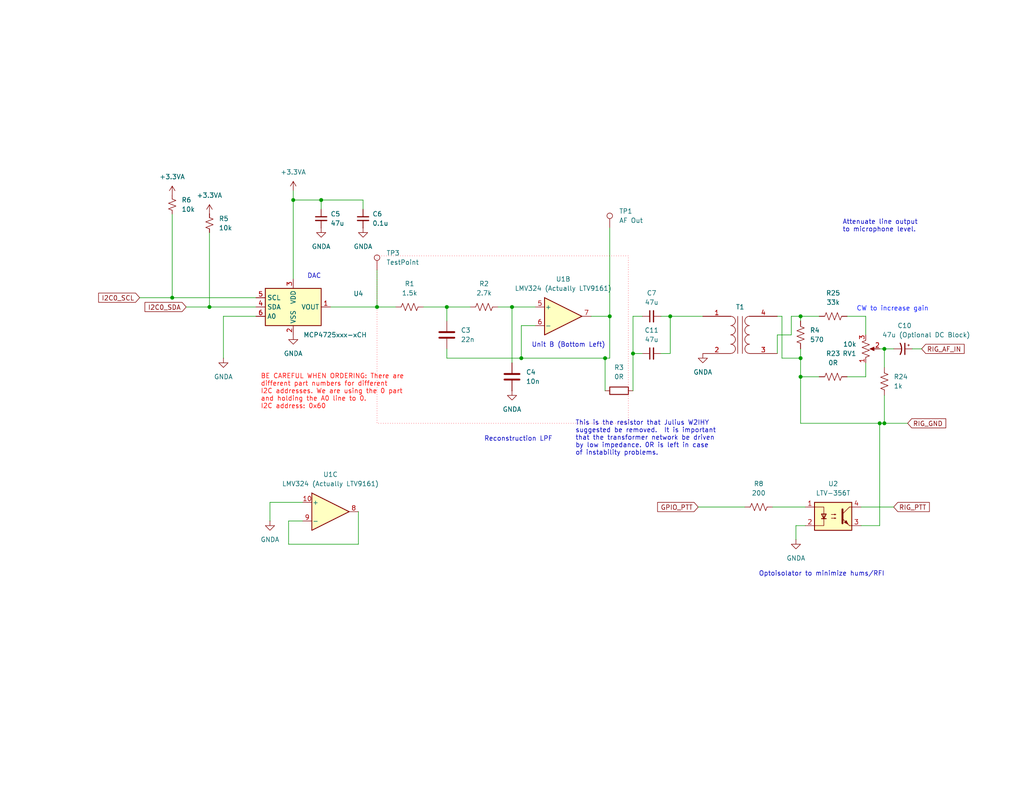
<source format=kicad_sch>
(kicad_sch (version 20231120) (generator "eeschema") (generator_version "8.0")
  (paper "USLetter")
  (title_block (title "MicroLink - Audio Output") (date "2024-02-17") (rev "0") (company "Bruce MacKinnon KC1FSZ") (comment 1 "Copyright (C) 2024 - Not For Commercial Use"))
  (lib_symbols
    (symbol "Amplifier_Operational:LMV324" (pin_names (offset 0.127))
      (property "Reference" "U" (at 0 5.08 0))
      (property "Value" "LMV324" (at 0 -5.08 0))
      (symbol "LMV324_1_1"
        (polyline (pts (xy -5.08 5.08) (xy 5.08 0) (xy -5.08 -5.08) (xy -5.08 5.08)) (stroke (width 0.254)) (fill (type background)))
        (pin output line (at 7.62 0 180) (length 2.54) (name "~") (number "1"))
        (pin input line (at -7.62 -2.54 0) (length 2.54) (name "-") (number "2"))
        (pin input line (at -7.62 2.54 0) (length 2.54) (name "+") (number "3"))
      )
      (symbol "LMV324_2_1"
        (polyline (pts (xy -5.08 5.08) (xy 5.08 0) (xy -5.08 -5.08) (xy -5.08 5.08)) (stroke (width 0.254)) (fill (type background)))
        (pin input line (at -7.62 2.54 0) (length 2.54) (name "+") (number "5"))
        (pin input line (at -7.62 -2.54 0) (length 2.54) (name "-") (number "6"))
        (pin output line (at 7.62 0 180) (length 2.54) (name "~") (number "7"))
      )
      (symbol "LMV324_3_1"
        (polyline (pts (xy -5.08 5.08) (xy 5.08 0) (xy -5.08 -5.08) (xy -5.08 5.08)) (stroke (width 0.254)) (fill (type background)))
        (pin input line (at -7.62 2.54 0) (length 2.54) (name "+") (number "10"))
        (pin output line (at 7.62 0 180) (length 2.54) (name "~") (number "8"))
        (pin input line (at -7.62 -2.54 0) (length 2.54) (name "-") (number "9"))
      )
      (symbol "LMV324_4_1"
        (polyline (pts (xy -5.08 5.08) (xy 5.08 0) (xy -5.08 -5.08) (xy -5.08 5.08)) (stroke (width 0.254)) (fill (type background)))
        (pin input line (at -7.62 2.54 0) (length 2.54) (name "+") (number "12"))
        (pin input line (at -7.62 -2.54 0) (length 2.54) (name "-") (number "13"))
        (pin output line (at 7.62 0 180) (length 2.54) (name "~") (number "14"))
      )
      (symbol "LMV324_5_1"
        (pin power_in line (at -2.54 -7.62 90) (length 3.81) (name "V-") (number "11"))
        (pin power_in line (at -2.54 7.62 270) (length 3.81) (name "V+") (number "4"))
      )
    )
    (symbol "Analog_DAC:MCP4725xxx-xCH"
      (property "Reference" "U" (at -6.35 6.35 0))
      (property "Value" "MCP4725xxx-xCH" (at 8.89 6.35 0))
      (symbol "MCP4725xxx-xCH_0_1"
        (rectangle (start -7.62 5.08) (end 7.62 -5.08) (stroke (width 0.254)) (fill (type background)))
      )
      (symbol "MCP4725xxx-xCH_1_1"
        (pin output line (at 10.16 0 180) (length 2.54) (name "VOUT") (number "1"))
        (pin power_in line (at 0 -7.62 90) (length 2.54) (name "VSS") (number "2"))
        (pin power_in line (at 0 7.62 270) (length 2.54) (name "VDD") (number "3"))
        (pin bidirectional line (at -10.16 0 0) (length 2.54) (name "SDA") (number "4"))
        (pin input line (at -10.16 2.54 0) (length 2.54) (name "SCL") (number "5"))
        (pin input line (at -10.16 -2.54 0) (length 2.54) (name "A0") (number "6"))
      )
    )
    (symbol "Connector:TestPoint" (pin_numbers hide) (pin_names (offset 0.762) hide)
      (property "Reference" "TP" (at 0 6.858 0))
      (property "Value" "TestPoint" (at 0 5.08 0))
      (symbol "TestPoint_0_1"
        (circle (center 0 3.302) (radius 0.762))
      )
      (symbol "TestPoint_1_1"
        (pin passive line (at 0 0 90) (length 2.54) (name "1") (number "1"))
      )
    )
    (symbol "Device:C" (pin_numbers hide) (pin_names (offset 0.254))
      (property "Reference" "C" (at 0.635 2.54 0))
      (property "Value" "C" (at 0.635 -2.54 0))
      (symbol "C_0_1"
        (polyline (pts (xy -2.032 -0.762) (xy 2.032 -0.762)) (stroke (width 0.508)))
        (polyline (pts (xy -2.032 0.762) (xy 2.032 0.762)) (stroke (width 0.508)))
      )
      (symbol "C_1_1"
        (pin passive line (at 0 3.81 270) (length 2.794) (name "~") (number "1"))
        (pin passive line (at 0 -3.81 90) (length 2.794) (name "~") (number "2"))
      )
    )
    (symbol "Device:C_Polarized_Small_US" (pin_numbers hide) (pin_names (offset 0.254) hide)
      (property "Reference" "C" (at 0.254 1.778 0))
      (property "Value" "C_Polarized_Small_US" (at 0.254 -2.032 0))
      (symbol "C_Polarized_Small_US_0_1"
        (polyline (pts (xy -1.524 0.508) (xy 1.524 0.508)) (stroke (width 0.3048)))
        (polyline (pts (xy -1.27 1.524) (xy -0.762 1.524)))
        (polyline (pts (xy -1.016 1.27) (xy -1.016 1.778)))
        (arc (start 1.524 -0.762) (mid 0 -0.3734) (end -1.524 -0.762) (stroke (width 0.3048)))
      )
      (symbol "C_Polarized_Small_US_1_1"
        (pin passive line (at 0 2.54 270) (length 2.032) (name "~") (number "1"))
        (pin passive line (at 0 -2.54 90) (length 2.032) (name "~") (number "2"))
      )
    )
    (symbol "Device:C_Small" (pin_numbers hide) (pin_names (offset 0.254) hide)
      (property "Reference" "C" (at 0.254 1.778 0))
      (property "Value" "C_Small" (at 0.254 -2.032 0))
      (symbol "C_Small_0_1"
        (polyline (pts (xy -1.524 -0.508) (xy 1.524 -0.508)) (stroke (width 0.3302)))
        (polyline (pts (xy -1.524 0.508) (xy 1.524 0.508)) (stroke (width 0.3048)))
      )
      (symbol "C_Small_1_1"
        (pin passive line (at 0 2.54 270) (length 2.032) (name "~") (number "1"))
        (pin passive line (at 0 -2.54 90) (length 2.032) (name "~") (number "2"))
      )
    )
    (symbol "Device:R" (pin_numbers hide) (pin_names (offset 0))
      (property "Reference" "R" (at 2.032 0 90))
      (property "Value" "R" (at 0 0 90))
      (symbol "R_0_1"
        (rectangle (start -1.016 -2.54) (end 1.016 2.54) (stroke (width 0.254)))
      )
      (symbol "R_1_1"
        (pin passive line (at 0 3.81 270) (length 1.27) (name "~") (number "1"))
        (pin passive line (at 0 -3.81 90) (length 1.27) (name "~") (number "2"))
      )
    )
    (symbol "Device:R_Potentiometer_US" (pin_names (offset 1.016) hide)
      (property "Reference" "RV" (at -4.445 0 90))
      (property "Value" "R_Potentiometer_US" (at -2.54 0 90))
      (symbol "R_Potentiometer_US_0_1"
        (polyline (pts (xy 0 -2.286) (xy 0 -2.54)))
        (polyline (pts (xy 0 2.54) (xy 0 2.286)))
        (polyline (pts (xy 2.54 0) (xy 1.524 0)))
        (polyline (pts (xy 1.143 0) (xy 2.286 0.508) (xy 2.286 -0.508) (xy 1.143 0)) (fill (type outline)))
        (polyline (pts (xy 0 -0.762) (xy 1.016 -1.143) (xy 0 -1.524) (xy -1.016 -1.905) (xy 0 -2.286)))
        (polyline (pts (xy 0 0.762) (xy 1.016 0.381) (xy 0 0) (xy -1.016 -0.381) (xy 0 -0.762)))
        (polyline (pts (xy 0 2.286) (xy 1.016 1.905) (xy 0 1.524) (xy -1.016 1.143) (xy 0 0.762)))
      )
      (symbol "R_Potentiometer_US_1_1"
        (pin passive line (at 0 3.81 270) (length 1.27) (name "1") (number "1"))
        (pin passive line (at 3.81 0 180) (length 1.27) (name "2") (number "2"))
        (pin passive line (at 0 -3.81 90) (length 1.27) (name "3") (number "3"))
      )
    )
    (symbol "Device:R_Small_US" (pin_numbers hide) (pin_names (offset 0.254) hide)
      (property "Reference" "R" (at 0.762 0.508 0))
      (property "Value" "R_Small_US" (at 0.762 -1.016 0))
      (symbol "R_Small_US_1_1"
        (polyline (pts (xy 0 0) (xy 1.016 -0.381) (xy 0 -0.762) (xy -1.016 -1.143) (xy 0 -1.524)))
        (polyline (pts (xy 0 1.524) (xy 1.016 1.143) (xy 0 0.762) (xy -1.016 0.381) (xy 0 0)))
        (pin passive line (at 0 2.54 270) (length 1.016) (name "~") (number "1"))
        (pin passive line (at 0 -2.54 90) (length 1.016) (name "~") (number "2"))
      )
    )
    (symbol "Device:R_US" (pin_numbers hide) (pin_names (offset 0))
      (property "Reference" "R" (at 2.54 0 90))
      (property "Value" "R_US" (at -2.54 0 90))
      (symbol "R_US_0_1"
        (polyline (pts (xy 0 -2.286) (xy 0 -2.54)))
        (polyline (pts (xy 0 2.286) (xy 0 2.54)))
        (polyline (pts (xy 0 -0.762) (xy 1.016 -1.143) (xy 0 -1.524) (xy -1.016 -1.905) (xy 0 -2.286)))
        (polyline (pts (xy 0 0.762) (xy 1.016 0.381) (xy 0 0) (xy -1.016 -0.381) (xy 0 -0.762)))
        (polyline (pts (xy 0 2.286) (xy 1.016 1.905) (xy 0 1.524) (xy -1.016 1.143) (xy 0 0.762)))
      )
      (symbol "R_US_1_1"
        (pin passive line (at 0 3.81 270) (length 1.27) (name "~") (number "1"))
        (pin passive line (at 0 -3.81 90) (length 1.27) (name "~") (number "2"))
      )
    )
    (symbol "Device:Transformer_1P_1S" (pin_names (offset 1.016) hide)
      (property "Reference" "T" (at 0 6.35 0))
      (property "Value" "Transformer_1P_1S" (at 0 -7.62 0))
      (symbol "Transformer_1P_1S_0_1"
        (arc (start -2.54 -5.0546) (mid -1.6599 -4.6901) (end -1.27 -3.81))
        (arc (start -2.54 -2.5146) (mid -1.6599 -2.1501) (end -1.27 -1.27))
        (arc (start -2.54 0.0254) (mid -1.6599 0.3899) (end -1.27 1.27))
        (arc (start -2.54 2.5654) (mid -1.6599 2.9299) (end -1.27 3.81))
        (arc (start -1.27 -3.81) (mid -1.642 -2.912) (end -2.54 -2.54))
        (arc (start -1.27 -1.27) (mid -1.642 -0.372) (end -2.54 0))
        (arc (start -1.27 1.27) (mid -1.642 2.168) (end -2.54 2.54))
        (arc (start -1.27 3.81) (mid -1.642 4.708) (end -2.54 5.08))
        (polyline (pts (xy -0.635 5.08) (xy -0.635 -5.08)))
        (polyline (pts (xy 0.635 -5.08) (xy 0.635 5.08)))
        (arc (start 1.2954 -1.27) (mid 1.6599 -2.1501) (end 2.54 -2.5146))
        (arc (start 1.2954 1.27) (mid 1.6599 0.3899) (end 2.54 0.0254))
        (arc (start 1.2954 3.81) (mid 1.6599 2.9299) (end 2.54 2.5654))
        (arc (start 1.3208 -3.81) (mid 1.6853 -4.6901) (end 2.5654 -5.0546))
        (arc (start 2.54 0) (mid 1.642 -0.372) (end 1.2954 -1.27))
        (arc (start 2.54 2.54) (mid 1.642 2.168) (end 1.2954 1.27))
        (arc (start 2.54 5.08) (mid 1.642 4.708) (end 1.2954 3.81))
        (arc (start 2.5654 -2.54) (mid 1.6674 -2.912) (end 1.3208 -3.81))
      )
      (symbol "Transformer_1P_1S_1_1"
        (pin passive line (at -10.16 5.08 0) (length 7.62) (name "AA") (number "1"))
        (pin passive line (at -10.16 -5.08 0) (length 7.62) (name "AB") (number "2"))
        (pin passive line (at 10.16 -5.08 180) (length 7.62) (name "SA") (number "3"))
        (pin passive line (at 10.16 5.08 180) (length 7.62) (name "SB") (number "4"))
      )
    )
    (symbol "Isolator:LTV-356T" (pin_names (offset 1.016))
      (property "Reference" "U" (at -5.334 4.826 0))
      (property "Value" "LTV-356T" (at 0 5.08 0))
      (symbol "LTV-356T_0_1"
        (rectangle (start -5.08 3.81) (end 5.08 -3.81) (stroke (width 0.254)) (fill (type background)))
        (polyline (pts (xy -3.175 -0.635) (xy -1.905 -0.635)) (stroke (width 0.254)))
        (polyline (pts (xy 2.54 0.635) (xy 4.445 2.54)))
        (polyline (pts (xy 4.445 -2.54) (xy 2.54 -0.635)) (fill (type outline)))
        (polyline (pts (xy 4.445 -2.54) (xy 5.08 -2.54)))
        (polyline (pts (xy 4.445 2.54) (xy 5.08 2.54)))
        (polyline (pts (xy -5.08 2.54) (xy -2.54 2.54) (xy -2.54 -0.762)))
        (polyline (pts (xy -2.54 -0.635) (xy -2.54 -2.54) (xy -5.08 -2.54)))
        (polyline (pts (xy 2.54 1.905) (xy 2.54 -1.905) (xy 2.54 -1.905)) (stroke (width 0.508)))
        (polyline (pts (xy -2.54 -0.635) (xy -3.175 0.635) (xy -1.905 0.635) (xy -2.54 -0.635)) (stroke (width 0.254)))
        (polyline (pts (xy -0.508 -0.508) (xy 0.762 -0.508) (xy 0.381 -0.635) (xy 0.381 -0.381) (xy 0.762 -0.508)))
        (polyline (pts (xy -0.508 0.508) (xy 0.762 0.508) (xy 0.381 0.381) (xy 0.381 0.635) (xy 0.762 0.508)))
        (polyline (pts (xy 3.048 -1.651) (xy 3.556 -1.143) (xy 4.064 -2.159) (xy 3.048 -1.651) (xy 3.048 -1.651)) (fill (type outline)))
      )
      (symbol "LTV-356T_1_1"
        (pin passive line (at -7.62 2.54 0) (length 2.54) (name "~") (number "1"))
        (pin passive line (at -7.62 -2.54 0) (length 2.54) (name "~") (number "2"))
        (pin passive line (at 7.62 -2.54 180) (length 2.54) (name "~") (number "3"))
        (pin passive line (at 7.62 2.54 180) (length 2.54) (name "~") (number "4"))
      )
    )
    (symbol "power:+3.3VA" (power) (pin_numbers hide) (pin_names (offset 0) hide)
      (property "Value" "+3.3VA" (at 0 3.556 0))
      (symbol "+3.3VA_0_1"
        (polyline (pts (xy -0.762 1.27) (xy 0 2.54)))
        (polyline (pts (xy 0 0) (xy 0 2.54)))
        (polyline (pts (xy 0 2.54) (xy 0.762 1.27)))
      )
      (symbol "+3.3VA_1_1"
        (pin power_in line (at 0 0 90) (length 0) (name "~") (number "1"))
      )
    )
    (symbol "power:GNDA" (power) (pin_numbers hide) (pin_names (offset 0) hide)
      (property "Value" "GNDA" (at 0 -3.81 0))
      (symbol "GNDA_0_1"
        (polyline (pts (xy 0 0) (xy 0 -1.27) (xy 1.27 -1.27) (xy 0 -2.54) (xy -1.27 -1.27) (xy 0 -1.27)))
      )
      (symbol "GNDA_1_1"
        (pin power_in line (at 0 0 270) (length 0) (name "~") (number "1"))
      )
    )
  )
  (junction (at 218.44 86.36))
  (junction (at 80.01 54.61))
  (junction (at 142.24 97.79))
  (junction (at 102.87 83.82))
  (junction (at 139.7 83.82))
  (junction (at 218.44 97.79))
  (junction (at 241.3 115.57))
  (junction (at 182.88 86.36))
  (junction (at 165.1 97.79))
  (junction (at 240.03 115.57))
  (junction (at 57.15 83.82))
  (junction (at 172.72 96.52))
  (junction (at 166.37 86.36))
  (junction (at 218.44 102.87))
  (junction (at 241.3 95.25))
  (junction (at 121.92 83.82))
  (junction (at 87.63 54.61))
  (junction (at 46.99 81.28))
  (wire (pts (xy 175.26 96.52) (xy 172.72 96.52)))
  (wire (pts (xy 241.3 115.57) (xy 247.65 115.57)))
  (wire (pts (xy 46.99 58.42) (xy 46.99 81.28)))
  (wire (pts (xy 231.14 86.36) (xy 236.22 86.36)))
  (wire (pts (xy 190.5 138.43) (xy 203.2 138.43)))
  (wire (pts (xy 172.72 96.52) (xy 172.72 86.36)))
  (wire (pts (xy 165.1 97.79) (xy 165.1 106.68)))
  (wire (pts (xy 218.44 95.25) (xy 218.44 97.79)))
  (wire (pts (xy 166.37 62.23) (xy 166.37 86.36)))
  (wire (pts (xy 236.22 102.87) (xy 236.22 99.06)))
  (wire (pts (xy 99.06 54.61) (xy 99.06 57.15)))
  (wire (pts (xy 241.3 95.25) (xy 241.3 100.33)))
  (wire (pts (xy 90.17 83.82) (xy 102.87 83.82)))
  (wire (pts (xy 248.92 95.25) (xy 251.46 95.25)))
  (wire (pts (xy 121.92 83.82) (xy 121.92 87.63)))
  (wire (pts (xy 213.36 97.79) (xy 218.44 97.79)))
  (wire (pts (xy 142.24 97.79) (xy 165.1 97.79)))
  (wire (pts (xy 218.44 86.36) (xy 218.44 87.63)))
  (wire (pts (xy 57.15 83.82) (xy 69.85 83.82)))
  (wire (pts (xy 166.37 97.79) (xy 166.37 86.36)))
  (wire (pts (xy 60.96 86.36) (xy 60.96 97.79)))
  (wire (pts (xy 241.3 107.95) (xy 241.3 115.57)))
  (wire (pts (xy 234.95 138.43) (xy 243.84 138.43)))
  (wire (pts (xy 121.92 97.79) (xy 142.24 97.79)))
  (wire (pts (xy 87.63 57.15) (xy 87.63 54.61)))
  (wire (pts (xy 180.34 86.36) (xy 182.88 86.36)))
  (wire (pts (xy 215.9 86.36) (xy 218.44 86.36)))
  (wire (pts (xy 218.44 102.87) (xy 218.44 115.57)))
  (wire (pts (xy 218.44 115.57) (xy 240.03 115.57)))
  (wire (pts (xy 231.14 102.87) (xy 236.22 102.87)))
  (wire (pts (xy 215.9 91.44) (xy 215.9 86.36)))
  (wire (pts (xy 139.7 83.82) (xy 146.05 83.82)))
  (wire (pts (xy 146.05 88.9) (xy 142.24 88.9)))
  (wire (pts (xy 139.7 83.82) (xy 139.7 99.06)))
  (wire (pts (xy 82.55 142.24) (xy 78.74 142.24)))
  (wire (pts (xy 172.72 86.36) (xy 175.26 86.36)))
  (wire (pts (xy 234.95 143.51) (xy 240.03 143.51)))
  (wire (pts (xy 115.57 83.82) (xy 121.92 83.82)))
  (wire (pts (xy 172.72 96.52) (xy 172.72 106.68)))
  (wire (pts (xy 57.15 63.5) (xy 57.15 83.82)))
  (wire (pts (xy 78.74 142.24) (xy 78.74 148.59)))
  (wire (pts (xy 212.09 86.36) (xy 213.36 86.36)))
  (wire (pts (xy 219.71 143.51) (xy 217.17 143.51)))
  (wire (pts (xy 212.09 91.44) (xy 215.9 91.44)))
  (wire (pts (xy 38.1 81.28) (xy 46.99 81.28)))
  (wire (pts (xy 97.79 148.59) (xy 97.79 139.7)))
  (wire (pts (xy 240.03 115.57) (xy 240.03 143.51)))
  (wire (pts (xy 213.36 86.36) (xy 213.36 97.79)))
  (wire (pts (xy 241.3 95.25) (xy 243.84 95.25)))
  (wire (pts (xy 180.34 96.52) (xy 182.88 96.52)))
  (wire (pts (xy 80.01 52.07) (xy 80.01 54.61)))
  (wire (pts (xy 182.88 96.52) (xy 182.88 86.36)))
  (wire (pts (xy 80.01 54.61) (xy 80.01 76.2)))
  (wire (pts (xy 78.74 148.59) (xy 97.79 148.59)))
  (wire (pts (xy 240.03 115.57) (xy 241.3 115.57)))
  (wire (pts (xy 80.01 54.61) (xy 87.63 54.61)))
  (wire (pts (xy 121.92 95.25) (xy 121.92 97.79)))
  (wire (pts (xy 73.66 142.24) (xy 73.66 137.16)))
  (wire (pts (xy 240.03 95.25) (xy 241.3 95.25)))
  (wire (pts (xy 218.44 97.79) (xy 218.44 102.87)))
  (wire (pts (xy 182.88 86.36) (xy 191.77 86.36)))
  (wire (pts (xy 121.92 83.82) (xy 128.27 83.82)))
  (wire (pts (xy 236.22 86.36) (xy 236.22 91.44)))
  (wire (pts (xy 212.09 96.52) (xy 212.09 91.44)))
  (wire (pts (xy 50.8 83.82) (xy 57.15 83.82)))
  (wire (pts (xy 73.66 137.16) (xy 82.55 137.16)))
  (wire (pts (xy 46.99 81.28) (xy 69.85 81.28)))
  (wire (pts (xy 166.37 86.36) (xy 161.29 86.36)))
  (wire (pts (xy 60.96 86.36) (xy 69.85 86.36)))
  (wire (pts (xy 218.44 102.87) (xy 223.52 102.87)))
  (wire (pts (xy 218.44 86.36) (xy 223.52 86.36)))
  (wire (pts (xy 142.24 88.9) (xy 142.24 97.79)))
  (wire (pts (xy 165.1 97.79) (xy 166.37 97.79)))
  (wire (pts (xy 102.87 83.82) (xy 107.95 83.82)))
  (wire (pts (xy 210.82 138.43) (xy 219.71 138.43)))
  (wire (pts (xy 217.17 143.51) (xy 217.17 147.32)))
  (wire (pts (xy 135.89 83.82) (xy 139.7 83.82)))
  (wire (pts (xy 102.87 73.66) (xy 102.87 83.82)))
  (wire (pts (xy 87.63 54.61) (xy 99.06 54.61)))
  (rectangle (start 102.87 69.85) (end 171.45 115.57) (stroke (width 0) (type dot) (color 255 55 72 1)))
  (text "Reconstruction LPF" (at 132.08 120.65 0) (effects (font (size 1.27 1.27)) (justify left bottom)))
  (text "CW to increase gain" (at 233.68 85.09 0) (effects (font (size 1.27 1.27)) (justify left bottom)))
  (text "BE CAREFUL WHEN ORDERING: There are \ndifferent part numbers for different \nI2C addresses. We are using the 0 part\nand holding the A0 line to 0.  \nI2C address: 0x60\n" (at 71.12 111.76 0) (effects (font (size 1.27 1.27)) (justify left bottom)))
  (text "Optoisolator to minimize hums/RFI" (at 207.01 157.48 0) (effects (font (size 1.27 1.27)) (justify left bottom)))
  (text "Attenuate line output\nto microphone level." (at 229.87 63.5 0) (effects (font (size 1.27 1.27)) (justify left bottom)))
  (text "DAC" (at 83.82 76.2 0) (effects (font (size 1.27 1.27)) (justify left bottom)))
  (text "Unit B (Bottom Left)" (at 145.034 94.996 0) (effects (font (size 1.27 1.27)) (justify left bottom)))
  (text "This is the resistor that Julius W2IHY \nsuggested be removed.  It is important \nthat the transformer network be driven\nby low impedance. 0R is left in case \nof instability problems." (at 156.972 124.46 0) (effects (font (size 1.27 1.27)) (justify left bottom)))
  (global_label "I2C0_SDA" (shape input) (at 50.8 83.82 180) (property "Intersheetrefs" "${INTERSHEET_REFS}" (effects (hide yes))))
  (global_label "I2C0_SCL" (shape input) (at 38.1 81.28 180) (property "Intersheetrefs" "${INTERSHEET_REFS}" (effects (hide yes))))
  (global_label "RIG_AF_IN" (shape input) (at 251.46 95.25 0) (property "Intersheetrefs" "${INTERSHEET_REFS}" (effects (hide yes))))
  (global_label "RIG_PTT" (shape input) (at 243.84 138.43 0) (property "Intersheetrefs" "${INTERSHEET_REFS}" (effects (hide yes))))
  (global_label "GPIO_PTT" (shape input) (at 190.5 138.43 180) (property "Intersheetrefs" "${INTERSHEET_REFS}" (effects (hide yes))))
  (global_label "RIG_GND" (shape input) (at 247.65 115.57 0) (property "Intersheetrefs" "${INTERSHEET_REFS}" (effects (hide yes))))
  (symbol (lib_id "Device:R_US") (at 227.33 102.87 90) (unit 1)
    (property "Reference" "R23" (at 227.33 96.52 90))
    (property "Value" "0R" (at 227.33 99.06 90))
    (property "Footprint" "Resistor_SMD:R_0805_2012Metric_Pad1.20x1.40mm_HandSolder" (effects (hide yes)))
    (property "Description" "Resistor, US symbol" (effects (hide yes)))
  )
  (symbol (lib_id "power:+3.3VA") (at 57.15 58.42 0) (unit 1)
    (property "Reference" "#PWR019" (effects (hide yes)))
    (property "Value" "+3.3VA" (at 57.15 53.34 0))
    (property "Description" "Power symbol creates a global label with name \"+3.3VA\"" (effects (hide yes)))
  )
  (symbol (lib_id "Device:R_US") (at 218.44 91.44 0) (unit 1)
    (property "Reference" "R4" (at 220.98 90.17 0) (effects (justify left)))
    (property "Value" "570" (at 220.98 92.71 0) (effects (justify left)))
    (property "Footprint" "Resistor_SMD:R_0805_2012Metric_Pad1.20x1.40mm_HandSolder" (effects (hide yes)))
    (property "Description" "Resistor, US symbol" (effects (hide yes)))
  )
  (symbol (lib_id "Device:C_Small") (at 177.8 86.36 90) (unit 1)
    (property "Reference" "C7" (at 177.8063 80.01 90))
    (property "Value" "47u" (at 177.8063 82.55 90))
    (property "Footprint" "Capacitor_SMD:C_0805_2012Metric_Pad1.18x1.45mm_HandSolder" (effects (hide yes)))
    (property "Description" "Unpolarized capacitor, small symbol" (effects (hide yes)))
  )
  (symbol (lib_id "Device:R") (at 168.91 106.68 90) (unit 1)
    (property "Reference" "R3" (at 168.91 100.33 90))
    (property "Value" "0R" (at 168.91 102.87 90))
    (property "Footprint" "Resistor_SMD:R_1206_3216Metric_Pad1.30x1.75mm_HandSolder" (effects (hide yes)))
    (property "Description" "Resistor" (effects (hide yes)))
  )
  (symbol (lib_id "power:GNDA") (at 217.17 147.32 0) (unit 1)
    (property "Reference" "#PWR09" (effects (hide yes)))
    (property "Value" "GNDA" (at 217.17 152.4 0))
    (property "Description" "Power symbol creates a global label with name \"GNDA\" , analog ground" (effects (hide yes)))
  )
  (symbol (lib_id "Connector:TestPoint") (at 102.87 73.66 0) (unit 1)
    (property "Reference" "TP3" (at 105.41 69.088 0) (effects (justify left)))
    (property "Value" "TestPoint" (at 105.41 71.628 0) (effects (justify left)))
    (property "Footprint" "TestPoint:TestPoint_Pad_2.5x2.5mm" (effects (hide yes)))
    (property "Description" "test point" (effects (hide yes)))
  )
  (symbol (lib_id "power:GNDA") (at 87.63 62.23 0) (unit 1)
    (property "Reference" "#PWR017" (effects (hide yes)))
    (property "Value" "GNDA" (at 87.63 67.31 0))
    (property "Description" "Power symbol creates a global label with name \"GNDA\" , analog ground" (effects (hide yes)))
  )
  (symbol (lib_id "power:GNDA") (at 73.66 142.24 0) (unit 1)
    (property "Reference" "#PWR05" (effects (hide yes)))
    (property "Value" "GNDA" (at 73.66 147.32 0))
    (property "Description" "Power symbol creates a global label with name \"GNDA\" , analog ground" (effects (hide yes)))
  )
  (symbol (lib_id "Device:C_Small") (at 177.8 96.52 90) (unit 1)
    (property "Reference" "C11" (at 177.8063 90.17 90))
    (property "Value" "47u" (at 177.8063 92.71 90))
    (property "Footprint" "Capacitor_SMD:C_0805_2012Metric_Pad1.18x1.45mm_HandSolder" (effects (hide yes)))
    (property "Description" "Unpolarized capacitor, small symbol" (effects (hide yes)))
  )
  (symbol (lib_id "Amplifier_Operational:LMV324") (at 153.67 86.36 0) (unit 2)
    (property "Reference" "U1" (at 153.67 76.2 0))
    (property "Value" "LMV324 (Actually LTV9161)" (at 153.67 78.74 0))
    (property "Footprint" "Package_SO:TSSOP-14_4.4x5mm_P0.65mm" (effects (hide yes)))
    (property "Datasheet" "http://www.ti.com/lit/ds/symlink/lmv324.pdf" (effects (hide yes)))
    (property "Description" "Quad Low-Voltage Rail-to-Rail Output Operational Amplifier, SOIC-14/SSOP-14" (effects (hide yes)))
  )
  (symbol (lib_id "Connector:TestPoint") (at 166.37 62.23 0) (unit 1)
    (property "Reference" "TP1" (at 168.91 57.658 0) (effects (justify left)))
    (property "Value" "AF Out" (at 168.91 60.198 0) (effects (justify left)))
    (property "Footprint" "TestPoint:TestPoint_Pad_2.5x2.5mm" (effects (hide yes)))
    (property "Description" "test point" (effects (hide yes)))
  )
  (symbol (lib_id "Isolator:LTV-356T") (at 227.33 140.97 0) (unit 1)
    (property "Reference" "U2" (at 227.33 132.08 0))
    (property "Value" "LTV-356T" (at 227.33 134.62 0))
    (property "Footprint" "Package_SO:SO-4_4.4x3.6mm_P2.54mm" (effects (hide yes)))
    (property "Datasheet" "http://optoelectronics.liteon.com/upload/download/DS70-2001-010/S_110_LTV-356T%2020140520.pdf" (effects (hide yes)))
    (property "Description" "DC Optocoupler, Vce 80V, CTR 50%, SO-4" (effects (hide yes)))
  )
  (symbol (lib_id "power:+3.3VA") (at 46.99 53.34 0) (unit 1)
    (property "Reference" "#PWR018" (effects (hide yes)))
    (property "Value" "+3.3VA" (at 46.99 48.26 0))
    (property "Description" "Power symbol creates a global label with name \"+3.3VA\"" (effects (hide yes)))
  )
  (symbol (lib_id "Device:R_Small_US") (at 46.99 55.88 0) (unit 1)
    (property "Reference" "R6" (at 49.53 54.61 0) (effects (justify left)))
    (property "Value" "10k" (at 49.53 57.15 0) (effects (justify left)))
    (property "Footprint" "Resistor_SMD:R_0805_2012Metric_Pad1.20x1.40mm_HandSolder" (effects (hide yes)))
    (property "Description" "Resistor, small US symbol" (effects (hide yes)))
  )
  (symbol (lib_id "Device:C_Small") (at 99.06 59.69 0) (unit 1)
    (property "Reference" "C6" (at 101.6 58.4263 0) (effects (justify left)))
    (property "Value" "0.1u" (at 101.6 60.9663 0) (effects (justify left)))
    (property "Footprint" "Capacitor_SMD:C_0805_2012Metric_Pad1.18x1.45mm_HandSolder" (effects (hide yes)))
    (property "Description" "Unpolarized capacitor, small symbol" (effects (hide yes)))
  )
  (symbol (lib_id "Device:R_Small_US") (at 57.15 60.96 0) (unit 1)
    (property "Reference" "R5" (at 59.69 59.69 0) (effects (justify left)))
    (property "Value" "10k" (at 59.69 62.23 0) (effects (justify left)))
    (property "Footprint" "Resistor_SMD:R_0805_2012Metric_Pad1.20x1.40mm_HandSolder" (effects (hide yes)))
    (property "Description" "Resistor, small US symbol" (effects (hide yes)))
  )
  (symbol (lib_id "power:GNDA") (at 191.77 96.52 0) (unit 1)
    (property "Reference" "#PWR08" (effects (hide yes)))
    (property "Value" "GNDA" (at 191.77 101.6 0))
    (property "Description" "Power symbol creates a global label with name \"GNDA\" , analog ground" (effects (hide yes)))
  )
  (symbol (lib_id "Device:C") (at 139.7 102.87 0) (unit 1)
    (property "Reference" "C4" (at 143.51 101.6 0) (effects (justify left)))
    (property "Value" "10n" (at 143.51 104.14 0) (effects (justify left)))
    (property "Footprint" "Capacitor_SMD:C_0805_2012Metric_Pad1.18x1.45mm_HandSolder" (effects (hide yes)))
    (property "Description" "Unpolarized capacitor" (effects (hide yes)))
  )
  (symbol (lib_id "Device:R_US") (at 207.01 138.43 90) (unit 1)
    (property "Reference" "R8" (at 207.01 132.08 90))
    (property "Value" "200" (at 207.01 134.62 90))
    (property "Footprint" "Resistor_SMD:R_0805_2012Metric_Pad1.20x1.40mm_HandSolder" (effects (hide yes)))
    (property "Description" "Resistor, US symbol" (effects (hide yes)))
  )
  (symbol (lib_id "Device:C_Small") (at 87.63 59.69 0) (unit 1)
    (property "Reference" "C5" (at 90.17 58.4263 0) (effects (justify left)))
    (property "Value" "47u" (at 90.17 60.9663 0) (effects (justify left)))
    (property "Footprint" "Capacitor_SMD:C_0805_2012Metric_Pad1.18x1.45mm_HandSolder" (effects (hide yes)))
    (property "Description" "Unpolarized capacitor, small symbol" (effects (hide yes)))
  )
  (symbol (lib_id "Device:R_Potentiometer_US") (at 236.22 95.25 0) (mirror x) (unit 1)
    (property "Reference" "RV1" (at 233.68 96.52 0) (effects (justify right)))
    (property "Value" "10k" (at 233.68 93.98 0) (effects (justify right)))
    (property "Footprint" "bruce-footprints:POT_3362P" (effects (hide yes)))
    (property "Description" "Potentiometer, US symbol" (effects (hide yes)))
  )
  (symbol (lib_id "Device:R_US") (at 111.76 83.82 270) (unit 1)
    (property "Reference" "R1" (at 111.76 77.47 90))
    (property "Value" "1.5k" (at 111.76 80.01 90))
    (property "Footprint" "Resistor_SMD:R_0805_2012Metric_Pad1.20x1.40mm_HandSolder" (effects (hide yes)))
    (property "Description" "Resistor, US symbol" (effects (hide yes)))
  )
  (symbol (lib_id "Device:R_US") (at 227.33 86.36 90) (unit 1)
    (property "Reference" "R25" (at 227.33 80.01 90))
    (property "Value" "33k" (at 227.33 82.55 90))
    (property "Footprint" "Resistor_THT:R_Axial_DIN0309_L9.0mm_D3.2mm_P2.54mm_Vertical" (effects (hide yes)))
    (property "Description" "Resistor, US symbol" (effects (hide yes)))
  )
  (symbol (lib_id "Device:R_US") (at 241.3 104.14 180) (unit 1)
    (property "Reference" "R24" (at 243.84 102.87 0) (effects (justify right)))
    (property "Value" "1k" (at 243.84 105.41 0) (effects (justify right)))
    (property "Footprint" "Resistor_THT:R_Axial_DIN0309_L9.0mm_D3.2mm_P2.54mm_Vertical" (effects (hide yes)))
    (property "Description" "Resistor, US symbol" (effects (hide yes)))
  )
  (symbol (lib_id "Device:R_US") (at 132.08 83.82 90) (unit 1)
    (property "Reference" "R2" (at 132.08 77.47 90))
    (property "Value" "2.7k" (at 132.08 80.01 90))
    (property "Footprint" "Resistor_SMD:R_0805_2012Metric_Pad1.20x1.40mm_HandSolder" (effects (hide yes)))
    (property "Description" "Resistor, US symbol" (effects (hide yes)))
  )
  (symbol (lib_id "power:+3.3VA") (at 80.01 52.07 0) (unit 1)
    (property "Reference" "#PWR011" (effects (hide yes)))
    (property "Value" "+3.3VA" (at 80.01 46.99 0))
    (property "Description" "Power symbol creates a global label with name \"+3.3VA\"" (effects (hide yes)))
  )
  (symbol (lib_id "power:GNDA") (at 139.7 106.68 0) (unit 1)
    (property "Reference" "#PWR04" (effects (hide yes)))
    (property "Value" "GNDA" (at 139.7 111.76 0))
    (property "Description" "Power symbol creates a global label with name \"GNDA\" , analog ground" (effects (hide yes)))
  )
  (symbol (lib_id "Amplifier_Operational:LMV324") (at 90.17 139.7 0) (unit 3)
    (property "Reference" "U1" (at 90.17 129.54 0))
    (property "Value" "LMV324 (Actually LTV9161)" (at 90.17 132.08 0))
    (property "Footprint" "Package_SO:TSSOP-14_4.4x5mm_P0.65mm" (effects (hide yes)))
    (property "Datasheet" "http://www.ti.com/lit/ds/symlink/lmv324.pdf" (effects (hide yes)))
    (property "Description" "Quad Low-Voltage Rail-to-Rail Output Operational Amplifier, SOIC-14/SSOP-14" (effects (hide yes)))
  )
  (symbol (lib_id "Analog_DAC:MCP4725xxx-xCH") (at 80.01 83.82 0) (unit 1)
    (property "Reference" "U4" (at 97.79 80.1721 0))
    (property "Value" "MCP4725xxx-xCH" (at 91.44 91.44 0))
    (property "Footprint" "Package_TO_SOT_SMD:SOT-23-6" (effects (hide yes)))
    (property "Datasheet" "http://ww1.microchip.com/downloads/en/DeviceDoc/22039d.pdf" (effects (hide yes)))
    (property "Description" "12-bit Digital-to-Analog Converter, integrated EEPROM, I2C interface, SOT-23-6" (effects (hide yes)))
  )
  (symbol (lib_id "Device:Transformer_1P_1S") (at 201.93 91.44 0) (unit 1)
    (property "Reference" "T1" (at 201.9427 83.82 0))
    (property "Value" "Transformer_1P_1S" (effects (hide yes)))
    (property "Footprint" "bruce-footprints:CheapAudioTransformer" (effects (hide yes)))
    (property "Description" "Transformer, single primary, single secondary" (effects (hide yes)))
  )
  (symbol (lib_id "power:GNDA") (at 80.01 91.44 0) (unit 1)
    (property "Reference" "#PWR010" (effects (hide yes)))
    (property "Value" "GNDA" (at 80.01 96.52 0))
    (property "Description" "Power symbol creates a global label with name \"GNDA\" , analog ground" (effects (hide yes)))
  )
  (symbol (lib_id "Device:C_Polarized_Small_US") (at 246.38 95.25 270) (unit 1)
    (property "Reference" "C10" (at 246.8118 88.9 90))
    (property "Value" "47u (Optional DC Block)" (at 252.73 91.44 90))
    (property "Footprint" "Capacitor_THT:CP_Radial_D5.0mm_P2.50mm" (effects (hide yes)))
    (property "Description" "Polarized capacitor, small US symbol" (effects (hide yes)))
  )
  (symbol (lib_id "Device:C") (at 121.92 91.44 0) (unit 1)
    (property "Reference" "C3" (at 125.73 90.17 0) (effects (justify left)))
    (property "Value" "22n" (at 125.73 92.71 0) (effects (justify left)))
    (property "Footprint" "Capacitor_SMD:C_0805_2012Metric_Pad1.18x1.45mm_HandSolder" (effects (hide yes)))
    (property "Description" "Unpolarized capacitor" (effects (hide yes)))
  )
  (symbol (lib_id "power:GNDA") (at 60.96 97.79 0) (unit 1)
    (property "Reference" "#PWR013" (effects (hide yes)))
    (property "Value" "GNDA" (at 60.96 102.87 0))
    (property "Description" "Power symbol creates a global label with name \"GNDA\" , analog ground" (effects (hide yes)))
  )
  (symbol (lib_id "power:GNDA") (at 99.06 62.23 0) (unit 1)
    (property "Reference" "#PWR012" (effects (hide yes)))
    (property "Value" "GNDA" (at 99.06 67.31 0))
    (property "Description" "Power symbol creates a global label with name \"GNDA\" , analog ground" (effects (hide yes)))
  )
)
</source>
